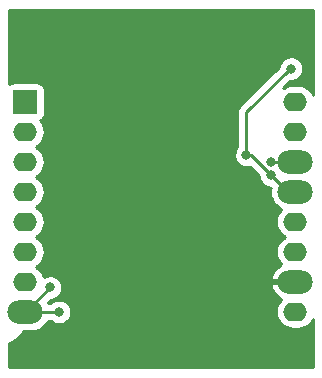
<source format=gbl>
G04 #@! TF.GenerationSoftware,KiCad,Pcbnew,(5.1.7)-1*
G04 #@! TF.CreationDate,2021-11-12T18:57:48+01:00*
G04 #@! TF.ProjectId,CO2-Breakout,434f322d-4272-4656-916b-6f75742e6b69,rev?*
G04 #@! TF.SameCoordinates,Original*
G04 #@! TF.FileFunction,Copper,L2,Bot*
G04 #@! TF.FilePolarity,Positive*
%FSLAX46Y46*%
G04 Gerber Fmt 4.6, Leading zero omitted, Abs format (unit mm)*
G04 Created by KiCad (PCBNEW (5.1.7)-1) date 2021-11-12 18:57:48*
%MOMM*%
%LPD*%
G01*
G04 APERTURE LIST*
G04 #@! TA.AperFunction,ComponentPad*
%ADD10O,2.000000X1.600000*%
G04 #@! TD*
G04 #@! TA.AperFunction,ComponentPad*
%ADD11O,3.000000X2.000000*%
G04 #@! TD*
G04 #@! TA.AperFunction,ComponentPad*
%ADD12R,2.000000X2.000000*%
G04 #@! TD*
G04 #@! TA.AperFunction,ViaPad*
%ADD13C,0.800000*%
G04 #@! TD*
G04 #@! TA.AperFunction,Conductor*
%ADD14C,0.250000*%
G04 #@! TD*
G04 #@! TA.AperFunction,Conductor*
%ADD15C,0.254000*%
G04 #@! TD*
G04 #@! TA.AperFunction,Conductor*
%ADD16C,0.100000*%
G04 #@! TD*
G04 APERTURE END LIST*
D10*
G04 #@! TO.P,U2,16*
G04 #@! TO.N,Net-(U2-Pad16)*
X112355001Y-94875000D03*
G04 #@! TO.P,U2,15*
G04 #@! TO.N,Net-(U2-Pad15)*
X112355001Y-97415000D03*
D11*
G04 #@! TO.P,U2,14*
G04 #@! TO.N,/SCL*
X112355001Y-99955000D03*
G04 #@! TO.P,U2,13*
G04 #@! TO.N,/SDA*
X112355001Y-102495000D03*
D10*
G04 #@! TO.P,U2,12*
G04 #@! TO.N,Net-(U2-Pad12)*
X112355001Y-105035000D03*
G04 #@! TO.P,U2,11*
G04 #@! TO.N,Net-(U2-Pad11)*
X112355001Y-107575000D03*
D11*
G04 #@! TO.P,U2,10*
G04 #@! TO.N,GND*
X112355001Y-110115000D03*
D10*
G04 #@! TO.P,U2,9*
G04 #@! TO.N,Net-(U2-Pad9)*
X112355001Y-112655000D03*
D11*
G04 #@! TO.P,U2,8*
G04 #@! TO.N,+3V3*
X89495001Y-112655000D03*
D10*
G04 #@! TO.P,U2,7*
G04 #@! TO.N,Net-(U2-Pad7)*
X89495001Y-110115000D03*
G04 #@! TO.P,U2,6*
G04 #@! TO.N,Net-(U2-Pad6)*
X89495001Y-107575000D03*
G04 #@! TO.P,U2,5*
G04 #@! TO.N,Net-(U2-Pad5)*
X89495001Y-105035000D03*
G04 #@! TO.P,U2,4*
G04 #@! TO.N,Net-(U2-Pad4)*
X89495001Y-102495000D03*
G04 #@! TO.P,U2,3*
G04 #@! TO.N,Net-(U2-Pad3)*
X89495001Y-99955000D03*
D12*
G04 #@! TO.P,U2,1*
G04 #@! TO.N,Net-(U2-Pad1)*
X89495001Y-94875000D03*
D10*
G04 #@! TO.P,U2,2*
G04 #@! TO.N,Net-(U2-Pad2)*
X89495001Y-97415000D03*
G04 #@! TD*
D13*
G04 #@! TO.N,GND*
X93000000Y-89000000D03*
X98000000Y-89000000D03*
X100500000Y-94000000D03*
X105500000Y-94000000D03*
X108000000Y-109000000D03*
X101500000Y-111000000D03*
X95500000Y-110500000D03*
X96000000Y-97000000D03*
X109400000Y-113400000D03*
X102000000Y-113800000D03*
X94800000Y-114000000D03*
G04 #@! TO.N,+3V3*
X92345000Y-112655000D03*
X91599999Y-110599999D03*
G04 #@! TO.N,/SCL*
X110295000Y-99955000D03*
G04 #@! TO.N,/SDA*
X108200000Y-99400000D03*
X112000000Y-92075000D03*
X110300000Y-101100000D03*
G04 #@! TD*
D14*
G04 #@! TO.N,+3V3*
X89544998Y-112655000D02*
X91599999Y-110599999D01*
X92345000Y-112655000D02*
X89544998Y-112655000D01*
G04 #@! TO.N,/SCL*
X110295000Y-99955000D02*
X112355001Y-99955000D01*
G04 #@! TO.N,/SDA*
X108600000Y-99400000D02*
X108200000Y-99400000D01*
X108200000Y-99400000D02*
X108200000Y-99400000D01*
X108200000Y-95750000D02*
X108200000Y-99400000D01*
X111875000Y-92075000D02*
X108200000Y-95750000D01*
X110300000Y-101100000D02*
X108600000Y-99400000D01*
X111695000Y-102495000D02*
X112355001Y-102495000D01*
X110300000Y-101100000D02*
X111695000Y-102495000D01*
G04 #@! TD*
D15*
G04 #@! TO.N,GND*
X113873000Y-94296657D02*
X113753933Y-94073899D01*
X113574609Y-93855392D01*
X113356102Y-93676068D01*
X113106809Y-93542818D01*
X112836310Y-93460764D01*
X112625493Y-93440000D01*
X112084509Y-93440000D01*
X111873692Y-93460764D01*
X111603193Y-93542818D01*
X111353900Y-93676068D01*
X111325090Y-93699712D01*
X111914802Y-93110000D01*
X112101939Y-93110000D01*
X112301898Y-93070226D01*
X112490256Y-92992205D01*
X112659774Y-92878937D01*
X112803937Y-92734774D01*
X112917205Y-92565256D01*
X112995226Y-92376898D01*
X113035000Y-92176939D01*
X113035000Y-91973061D01*
X112995226Y-91773102D01*
X112917205Y-91584744D01*
X112803937Y-91415226D01*
X112659774Y-91271063D01*
X112490256Y-91157795D01*
X112301898Y-91079774D01*
X112101939Y-91040000D01*
X111898061Y-91040000D01*
X111698102Y-91079774D01*
X111509744Y-91157795D01*
X111340226Y-91271063D01*
X111196063Y-91415226D01*
X111082795Y-91584744D01*
X111004774Y-91773102D01*
X110980609Y-91894589D01*
X107689003Y-95186196D01*
X107659999Y-95209999D01*
X107604871Y-95277174D01*
X107565026Y-95325724D01*
X107510995Y-95426808D01*
X107494454Y-95457754D01*
X107450997Y-95601015D01*
X107440000Y-95712668D01*
X107440000Y-95712678D01*
X107436324Y-95750000D01*
X107440000Y-95787323D01*
X107440001Y-98696288D01*
X107396063Y-98740226D01*
X107282795Y-98909744D01*
X107204774Y-99098102D01*
X107165000Y-99298061D01*
X107165000Y-99501939D01*
X107204774Y-99701898D01*
X107282795Y-99890256D01*
X107396063Y-100059774D01*
X107540226Y-100203937D01*
X107709744Y-100317205D01*
X107898102Y-100395226D01*
X108098061Y-100435000D01*
X108301939Y-100435000D01*
X108501898Y-100395226D01*
X108514998Y-100389800D01*
X109265000Y-101139802D01*
X109265000Y-101201939D01*
X109304774Y-101401898D01*
X109382795Y-101590256D01*
X109496063Y-101759774D01*
X109640226Y-101903937D01*
X109809744Y-102017205D01*
X109998102Y-102095226D01*
X110198061Y-102135000D01*
X110255635Y-102135000D01*
X110243658Y-102174484D01*
X110212090Y-102495000D01*
X110243658Y-102815516D01*
X110337149Y-103123715D01*
X110488970Y-103407752D01*
X110693287Y-103656714D01*
X110942249Y-103861031D01*
X111173117Y-103984433D01*
X111135393Y-104015392D01*
X110956069Y-104233899D01*
X110822819Y-104483192D01*
X110740765Y-104753691D01*
X110713058Y-105035000D01*
X110740765Y-105316309D01*
X110822819Y-105586808D01*
X110956069Y-105836101D01*
X111135393Y-106054608D01*
X111353900Y-106233932D01*
X111486859Y-106305000D01*
X111353900Y-106376068D01*
X111135393Y-106555392D01*
X110956069Y-106773899D01*
X110822819Y-107023192D01*
X110740765Y-107293691D01*
X110713058Y-107575000D01*
X110740765Y-107856309D01*
X110822819Y-108126808D01*
X110956069Y-108376101D01*
X111135393Y-108594608D01*
X111176118Y-108628031D01*
X111111981Y-108653058D01*
X110841047Y-108826105D01*
X110609079Y-109048683D01*
X110424991Y-109312239D01*
X110295857Y-109606645D01*
X110264877Y-109734566D01*
X110384224Y-109988000D01*
X112023879Y-109988000D01*
X112017875Y-110053974D01*
X112018309Y-110116058D01*
X112017875Y-110178141D01*
X112018809Y-110187659D01*
X112024520Y-110242000D01*
X110384224Y-110242000D01*
X110264877Y-110495434D01*
X110295857Y-110623355D01*
X110424991Y-110917761D01*
X110609079Y-111181317D01*
X110841047Y-111403895D01*
X111111981Y-111576942D01*
X111176118Y-111601969D01*
X111135393Y-111635392D01*
X110956069Y-111853899D01*
X110822819Y-112103192D01*
X110740765Y-112373691D01*
X110713058Y-112655000D01*
X110740765Y-112936309D01*
X110822819Y-113206808D01*
X110956069Y-113456101D01*
X111135393Y-113674608D01*
X111353900Y-113853932D01*
X111603193Y-113987182D01*
X111873692Y-114069236D01*
X112084509Y-114090000D01*
X112625493Y-114090000D01*
X112836310Y-114069236D01*
X113106809Y-113987182D01*
X113356102Y-113853932D01*
X113574609Y-113674608D01*
X113753933Y-113456101D01*
X113873000Y-113233343D01*
X113873000Y-117373000D01*
X88127000Y-117373000D01*
X88127000Y-115321180D01*
X88156826Y-115308887D01*
X88164932Y-115304503D01*
X88532637Y-115102356D01*
X88582000Y-115068557D01*
X88631819Y-115035457D01*
X88638919Y-115029583D01*
X88960356Y-114759865D01*
X89002200Y-114717135D01*
X89044655Y-114674976D01*
X89050479Y-114667835D01*
X89313406Y-114340820D01*
X89346166Y-114290757D01*
X89346677Y-114290000D01*
X90075323Y-114290000D01*
X90315517Y-114266343D01*
X90623716Y-114172852D01*
X90907753Y-114021031D01*
X91156715Y-113816714D01*
X91361032Y-113567752D01*
X91442680Y-113415000D01*
X91641289Y-113415000D01*
X91685226Y-113458937D01*
X91854744Y-113572205D01*
X92043102Y-113650226D01*
X92243061Y-113690000D01*
X92446939Y-113690000D01*
X92646898Y-113650226D01*
X92835256Y-113572205D01*
X93004774Y-113458937D01*
X93148937Y-113314774D01*
X93262205Y-113145256D01*
X93340226Y-112956898D01*
X93380000Y-112756939D01*
X93380000Y-112553061D01*
X93340226Y-112353102D01*
X93262205Y-112164744D01*
X93148937Y-111995226D01*
X93004774Y-111851063D01*
X92835256Y-111737795D01*
X92646898Y-111659774D01*
X92446939Y-111620000D01*
X92243061Y-111620000D01*
X92043102Y-111659774D01*
X91854744Y-111737795D01*
X91685226Y-111851063D01*
X91641289Y-111895000D01*
X91442680Y-111895000D01*
X91420777Y-111854023D01*
X91639801Y-111634999D01*
X91701938Y-111634999D01*
X91901897Y-111595225D01*
X92090255Y-111517204D01*
X92259773Y-111403936D01*
X92403936Y-111259773D01*
X92517204Y-111090255D01*
X92595225Y-110901897D01*
X92634999Y-110701938D01*
X92634999Y-110498060D01*
X92595225Y-110298101D01*
X92517204Y-110109743D01*
X92403936Y-109940225D01*
X92259773Y-109796062D01*
X92090255Y-109682794D01*
X91901897Y-109604773D01*
X91701938Y-109564999D01*
X91498060Y-109564999D01*
X91298101Y-109604773D01*
X91109743Y-109682794D01*
X91071263Y-109708506D01*
X91027183Y-109563192D01*
X90893933Y-109313899D01*
X90714609Y-109095392D01*
X90496102Y-108916068D01*
X90363143Y-108845000D01*
X90496102Y-108773932D01*
X90714609Y-108594608D01*
X90893933Y-108376101D01*
X91027183Y-108126808D01*
X91109237Y-107856309D01*
X91136944Y-107575000D01*
X91109237Y-107293691D01*
X91027183Y-107023192D01*
X90893933Y-106773899D01*
X90714609Y-106555392D01*
X90496102Y-106376068D01*
X90363143Y-106305000D01*
X90496102Y-106233932D01*
X90714609Y-106054608D01*
X90893933Y-105836101D01*
X91027183Y-105586808D01*
X91109237Y-105316309D01*
X91136944Y-105035000D01*
X91109237Y-104753691D01*
X91027183Y-104483192D01*
X90893933Y-104233899D01*
X90714609Y-104015392D01*
X90496102Y-103836068D01*
X90363143Y-103765000D01*
X90496102Y-103693932D01*
X90714609Y-103514608D01*
X90893933Y-103296101D01*
X91027183Y-103046808D01*
X91109237Y-102776309D01*
X91136944Y-102495000D01*
X91109237Y-102213691D01*
X91027183Y-101943192D01*
X90893933Y-101693899D01*
X90714609Y-101475392D01*
X90496102Y-101296068D01*
X90363143Y-101225000D01*
X90496102Y-101153932D01*
X90714609Y-100974608D01*
X90893933Y-100756101D01*
X91027183Y-100506808D01*
X91109237Y-100236309D01*
X91136944Y-99955000D01*
X91109237Y-99673691D01*
X91027183Y-99403192D01*
X90893933Y-99153899D01*
X90714609Y-98935392D01*
X90496102Y-98756068D01*
X90363143Y-98685000D01*
X90496102Y-98613932D01*
X90714609Y-98434608D01*
X90893933Y-98216101D01*
X91027183Y-97966808D01*
X91109237Y-97696309D01*
X91136944Y-97415000D01*
X91109237Y-97133691D01*
X91027183Y-96863192D01*
X90893933Y-96613899D01*
X90761525Y-96452559D01*
X90849495Y-96405537D01*
X90946186Y-96326185D01*
X91025538Y-96229494D01*
X91084503Y-96119180D01*
X91120813Y-95999482D01*
X91133073Y-95875000D01*
X91133073Y-93875000D01*
X91120813Y-93750518D01*
X91084503Y-93630820D01*
X91025538Y-93520506D01*
X90946186Y-93423815D01*
X90849495Y-93344463D01*
X90739181Y-93285498D01*
X90619483Y-93249188D01*
X90495001Y-93236928D01*
X88495001Y-93236928D01*
X88370519Y-93249188D01*
X88250821Y-93285498D01*
X88140507Y-93344463D01*
X88127000Y-93355548D01*
X88127000Y-87127000D01*
X113873000Y-87127000D01*
X113873000Y-94296657D01*
G04 #@! TA.AperFunction,Conductor*
D16*
G36*
X113873000Y-94296657D02*
G01*
X113753933Y-94073899D01*
X113574609Y-93855392D01*
X113356102Y-93676068D01*
X113106809Y-93542818D01*
X112836310Y-93460764D01*
X112625493Y-93440000D01*
X112084509Y-93440000D01*
X111873692Y-93460764D01*
X111603193Y-93542818D01*
X111353900Y-93676068D01*
X111325090Y-93699712D01*
X111914802Y-93110000D01*
X112101939Y-93110000D01*
X112301898Y-93070226D01*
X112490256Y-92992205D01*
X112659774Y-92878937D01*
X112803937Y-92734774D01*
X112917205Y-92565256D01*
X112995226Y-92376898D01*
X113035000Y-92176939D01*
X113035000Y-91973061D01*
X112995226Y-91773102D01*
X112917205Y-91584744D01*
X112803937Y-91415226D01*
X112659774Y-91271063D01*
X112490256Y-91157795D01*
X112301898Y-91079774D01*
X112101939Y-91040000D01*
X111898061Y-91040000D01*
X111698102Y-91079774D01*
X111509744Y-91157795D01*
X111340226Y-91271063D01*
X111196063Y-91415226D01*
X111082795Y-91584744D01*
X111004774Y-91773102D01*
X110980609Y-91894589D01*
X107689003Y-95186196D01*
X107659999Y-95209999D01*
X107604871Y-95277174D01*
X107565026Y-95325724D01*
X107510995Y-95426808D01*
X107494454Y-95457754D01*
X107450997Y-95601015D01*
X107440000Y-95712668D01*
X107440000Y-95712678D01*
X107436324Y-95750000D01*
X107440000Y-95787323D01*
X107440001Y-98696288D01*
X107396063Y-98740226D01*
X107282795Y-98909744D01*
X107204774Y-99098102D01*
X107165000Y-99298061D01*
X107165000Y-99501939D01*
X107204774Y-99701898D01*
X107282795Y-99890256D01*
X107396063Y-100059774D01*
X107540226Y-100203937D01*
X107709744Y-100317205D01*
X107898102Y-100395226D01*
X108098061Y-100435000D01*
X108301939Y-100435000D01*
X108501898Y-100395226D01*
X108514998Y-100389800D01*
X109265000Y-101139802D01*
X109265000Y-101201939D01*
X109304774Y-101401898D01*
X109382795Y-101590256D01*
X109496063Y-101759774D01*
X109640226Y-101903937D01*
X109809744Y-102017205D01*
X109998102Y-102095226D01*
X110198061Y-102135000D01*
X110255635Y-102135000D01*
X110243658Y-102174484D01*
X110212090Y-102495000D01*
X110243658Y-102815516D01*
X110337149Y-103123715D01*
X110488970Y-103407752D01*
X110693287Y-103656714D01*
X110942249Y-103861031D01*
X111173117Y-103984433D01*
X111135393Y-104015392D01*
X110956069Y-104233899D01*
X110822819Y-104483192D01*
X110740765Y-104753691D01*
X110713058Y-105035000D01*
X110740765Y-105316309D01*
X110822819Y-105586808D01*
X110956069Y-105836101D01*
X111135393Y-106054608D01*
X111353900Y-106233932D01*
X111486859Y-106305000D01*
X111353900Y-106376068D01*
X111135393Y-106555392D01*
X110956069Y-106773899D01*
X110822819Y-107023192D01*
X110740765Y-107293691D01*
X110713058Y-107575000D01*
X110740765Y-107856309D01*
X110822819Y-108126808D01*
X110956069Y-108376101D01*
X111135393Y-108594608D01*
X111176118Y-108628031D01*
X111111981Y-108653058D01*
X110841047Y-108826105D01*
X110609079Y-109048683D01*
X110424991Y-109312239D01*
X110295857Y-109606645D01*
X110264877Y-109734566D01*
X110384224Y-109988000D01*
X112023879Y-109988000D01*
X112017875Y-110053974D01*
X112018309Y-110116058D01*
X112017875Y-110178141D01*
X112018809Y-110187659D01*
X112024520Y-110242000D01*
X110384224Y-110242000D01*
X110264877Y-110495434D01*
X110295857Y-110623355D01*
X110424991Y-110917761D01*
X110609079Y-111181317D01*
X110841047Y-111403895D01*
X111111981Y-111576942D01*
X111176118Y-111601969D01*
X111135393Y-111635392D01*
X110956069Y-111853899D01*
X110822819Y-112103192D01*
X110740765Y-112373691D01*
X110713058Y-112655000D01*
X110740765Y-112936309D01*
X110822819Y-113206808D01*
X110956069Y-113456101D01*
X111135393Y-113674608D01*
X111353900Y-113853932D01*
X111603193Y-113987182D01*
X111873692Y-114069236D01*
X112084509Y-114090000D01*
X112625493Y-114090000D01*
X112836310Y-114069236D01*
X113106809Y-113987182D01*
X113356102Y-113853932D01*
X113574609Y-113674608D01*
X113753933Y-113456101D01*
X113873000Y-113233343D01*
X113873000Y-117373000D01*
X88127000Y-117373000D01*
X88127000Y-115321180D01*
X88156826Y-115308887D01*
X88164932Y-115304503D01*
X88532637Y-115102356D01*
X88582000Y-115068557D01*
X88631819Y-115035457D01*
X88638919Y-115029583D01*
X88960356Y-114759865D01*
X89002200Y-114717135D01*
X89044655Y-114674976D01*
X89050479Y-114667835D01*
X89313406Y-114340820D01*
X89346166Y-114290757D01*
X89346677Y-114290000D01*
X90075323Y-114290000D01*
X90315517Y-114266343D01*
X90623716Y-114172852D01*
X90907753Y-114021031D01*
X91156715Y-113816714D01*
X91361032Y-113567752D01*
X91442680Y-113415000D01*
X91641289Y-113415000D01*
X91685226Y-113458937D01*
X91854744Y-113572205D01*
X92043102Y-113650226D01*
X92243061Y-113690000D01*
X92446939Y-113690000D01*
X92646898Y-113650226D01*
X92835256Y-113572205D01*
X93004774Y-113458937D01*
X93148937Y-113314774D01*
X93262205Y-113145256D01*
X93340226Y-112956898D01*
X93380000Y-112756939D01*
X93380000Y-112553061D01*
X93340226Y-112353102D01*
X93262205Y-112164744D01*
X93148937Y-111995226D01*
X93004774Y-111851063D01*
X92835256Y-111737795D01*
X92646898Y-111659774D01*
X92446939Y-111620000D01*
X92243061Y-111620000D01*
X92043102Y-111659774D01*
X91854744Y-111737795D01*
X91685226Y-111851063D01*
X91641289Y-111895000D01*
X91442680Y-111895000D01*
X91420777Y-111854023D01*
X91639801Y-111634999D01*
X91701938Y-111634999D01*
X91901897Y-111595225D01*
X92090255Y-111517204D01*
X92259773Y-111403936D01*
X92403936Y-111259773D01*
X92517204Y-111090255D01*
X92595225Y-110901897D01*
X92634999Y-110701938D01*
X92634999Y-110498060D01*
X92595225Y-110298101D01*
X92517204Y-110109743D01*
X92403936Y-109940225D01*
X92259773Y-109796062D01*
X92090255Y-109682794D01*
X91901897Y-109604773D01*
X91701938Y-109564999D01*
X91498060Y-109564999D01*
X91298101Y-109604773D01*
X91109743Y-109682794D01*
X91071263Y-109708506D01*
X91027183Y-109563192D01*
X90893933Y-109313899D01*
X90714609Y-109095392D01*
X90496102Y-108916068D01*
X90363143Y-108845000D01*
X90496102Y-108773932D01*
X90714609Y-108594608D01*
X90893933Y-108376101D01*
X91027183Y-108126808D01*
X91109237Y-107856309D01*
X91136944Y-107575000D01*
X91109237Y-107293691D01*
X91027183Y-107023192D01*
X90893933Y-106773899D01*
X90714609Y-106555392D01*
X90496102Y-106376068D01*
X90363143Y-106305000D01*
X90496102Y-106233932D01*
X90714609Y-106054608D01*
X90893933Y-105836101D01*
X91027183Y-105586808D01*
X91109237Y-105316309D01*
X91136944Y-105035000D01*
X91109237Y-104753691D01*
X91027183Y-104483192D01*
X90893933Y-104233899D01*
X90714609Y-104015392D01*
X90496102Y-103836068D01*
X90363143Y-103765000D01*
X90496102Y-103693932D01*
X90714609Y-103514608D01*
X90893933Y-103296101D01*
X91027183Y-103046808D01*
X91109237Y-102776309D01*
X91136944Y-102495000D01*
X91109237Y-102213691D01*
X91027183Y-101943192D01*
X90893933Y-101693899D01*
X90714609Y-101475392D01*
X90496102Y-101296068D01*
X90363143Y-101225000D01*
X90496102Y-101153932D01*
X90714609Y-100974608D01*
X90893933Y-100756101D01*
X91027183Y-100506808D01*
X91109237Y-100236309D01*
X91136944Y-99955000D01*
X91109237Y-99673691D01*
X91027183Y-99403192D01*
X90893933Y-99153899D01*
X90714609Y-98935392D01*
X90496102Y-98756068D01*
X90363143Y-98685000D01*
X90496102Y-98613932D01*
X90714609Y-98434608D01*
X90893933Y-98216101D01*
X91027183Y-97966808D01*
X91109237Y-97696309D01*
X91136944Y-97415000D01*
X91109237Y-97133691D01*
X91027183Y-96863192D01*
X90893933Y-96613899D01*
X90761525Y-96452559D01*
X90849495Y-96405537D01*
X90946186Y-96326185D01*
X91025538Y-96229494D01*
X91084503Y-96119180D01*
X91120813Y-95999482D01*
X91133073Y-95875000D01*
X91133073Y-93875000D01*
X91120813Y-93750518D01*
X91084503Y-93630820D01*
X91025538Y-93520506D01*
X90946186Y-93423815D01*
X90849495Y-93344463D01*
X90739181Y-93285498D01*
X90619483Y-93249188D01*
X90495001Y-93236928D01*
X88495001Y-93236928D01*
X88370519Y-93249188D01*
X88250821Y-93285498D01*
X88140507Y-93344463D01*
X88127000Y-93355548D01*
X88127000Y-87127000D01*
X113873000Y-87127000D01*
X113873000Y-94296657D01*
G37*
G04 #@! TD.AperFunction*
G04 #@! TD*
M02*

</source>
